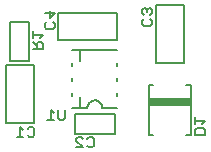
<source format=gbo>
G75*
G70*
%OFA0B0*%
%FSLAX24Y24*%
%IPPOS*%
%LPD*%
%AMOC8*
5,1,8,0,0,1.08239X$1,22.5*
%
%ADD10C,0.0070*%
%ADD11R,0.1400X0.0300*%
%ADD12C,0.0080*%
D10*
X001760Y001240D02*
X001760Y003200D01*
X002680Y003200D01*
X002680Y001240D01*
X001760Y001240D01*
X002223Y001125D02*
X002223Y000795D01*
X002333Y000795D02*
X002113Y000795D01*
X002333Y001015D02*
X002223Y001125D01*
X002481Y001070D02*
X002536Y001125D01*
X002647Y001125D01*
X002702Y001070D01*
X002702Y000850D01*
X002647Y000795D01*
X002536Y000795D01*
X002481Y000850D01*
X003133Y001355D02*
X003353Y001355D01*
X003243Y001355D02*
X003243Y001685D01*
X003353Y001575D01*
X003501Y001685D02*
X003501Y001410D01*
X003556Y001355D01*
X003667Y001355D01*
X003722Y001410D01*
X003722Y001685D01*
X004060Y001540D02*
X004060Y000900D01*
X005380Y000900D01*
X005380Y001540D01*
X004060Y001540D01*
X004158Y000775D02*
X004268Y000775D01*
X004323Y000720D01*
X004158Y000775D02*
X004103Y000720D01*
X004103Y000665D01*
X004323Y000445D01*
X004103Y000445D01*
X004471Y000500D02*
X004526Y000445D01*
X004637Y000445D01*
X004692Y000500D01*
X004692Y000720D01*
X004637Y000775D01*
X004526Y000775D01*
X004471Y000720D01*
X006520Y000870D02*
X006670Y000870D01*
X006520Y000870D02*
X006520Y002520D01*
X006670Y002520D01*
X007770Y002520D02*
X007920Y002520D01*
X007920Y000870D01*
X007770Y000870D01*
X008055Y000855D02*
X008055Y001020D01*
X008110Y001075D01*
X008330Y001075D01*
X008385Y001020D01*
X008385Y000855D01*
X008055Y000855D01*
X008055Y001223D02*
X008055Y001444D01*
X008055Y001333D02*
X008385Y001333D01*
X008275Y001223D01*
X007680Y003240D02*
X006760Y003240D01*
X006760Y005200D01*
X007680Y005200D01*
X007680Y003240D01*
X006570Y004488D02*
X006350Y004488D01*
X006295Y004543D01*
X006295Y004654D01*
X006350Y004709D01*
X006570Y004709D02*
X006625Y004654D01*
X006625Y004543D01*
X006570Y004488D01*
X006570Y004857D02*
X006625Y004912D01*
X006625Y005022D01*
X006570Y005077D01*
X006515Y005077D01*
X006460Y005022D01*
X006405Y005077D01*
X006350Y005077D01*
X006295Y005022D01*
X006295Y004912D01*
X006350Y004857D01*
X006460Y004967D02*
X006460Y005022D01*
X005450Y004930D02*
X005450Y004010D01*
X003490Y004010D01*
X003490Y004930D01*
X005450Y004930D01*
X003375Y004922D02*
X003210Y004757D01*
X003210Y004977D01*
X003045Y004922D02*
X003375Y004922D01*
X003320Y004609D02*
X003375Y004554D01*
X003375Y004443D01*
X003320Y004388D01*
X003100Y004388D01*
X003045Y004443D01*
X003045Y004554D01*
X003100Y004609D01*
X002665Y004314D02*
X002665Y004093D01*
X002665Y004203D02*
X002995Y004203D01*
X002885Y004093D01*
X002830Y003945D02*
X002775Y003890D01*
X002775Y003725D01*
X002665Y003725D02*
X002995Y003725D01*
X002995Y003890D01*
X002940Y003945D01*
X002830Y003945D01*
X002775Y003835D02*
X002665Y003945D01*
X002540Y003310D02*
X001900Y003310D01*
X001900Y004630D01*
X002540Y004630D01*
X002540Y003310D01*
D11*
X007220Y001970D03*
D12*
X005470Y002170D02*
X005470Y002270D01*
X005470Y002670D02*
X005470Y002770D01*
X005470Y003170D02*
X005470Y003270D01*
X005470Y003680D02*
X004220Y003680D01*
X004220Y003320D01*
X003970Y003270D02*
X003970Y003170D01*
X003970Y002770D02*
X003970Y002670D01*
X003970Y002270D02*
X003970Y002170D01*
X004220Y002120D02*
X004220Y001760D01*
X004470Y001760D01*
X004220Y001760D02*
X003970Y001760D01*
X004470Y001760D02*
X004472Y001790D01*
X004477Y001820D01*
X004486Y001849D01*
X004499Y001876D01*
X004514Y001902D01*
X004533Y001926D01*
X004554Y001947D01*
X004578Y001966D01*
X004604Y001981D01*
X004631Y001994D01*
X004660Y002003D01*
X004690Y002008D01*
X004720Y002010D01*
X004750Y002008D01*
X004780Y002003D01*
X004809Y001994D01*
X004836Y001981D01*
X004862Y001966D01*
X004886Y001947D01*
X004907Y001926D01*
X004926Y001902D01*
X004941Y001876D01*
X004954Y001849D01*
X004963Y001820D01*
X004968Y001790D01*
X004970Y001760D01*
X005470Y001760D01*
X004220Y003680D02*
X003970Y003680D01*
M02*

</source>
